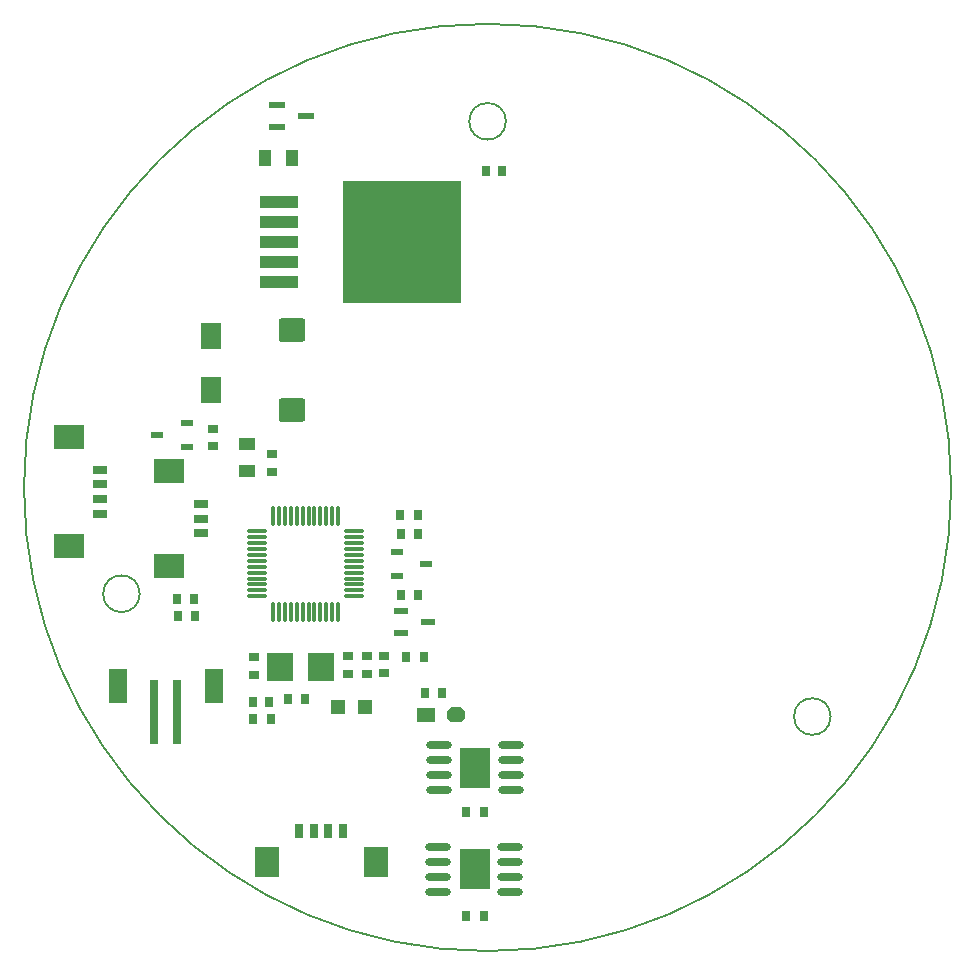
<source format=gtp>
%FSLAX25Y25*%
%MOIN*%
G70*
G01*
G75*
G04 Layer_Color=8421504*
%ADD10C,0.10000*%
%ADD11C,0.10000*%
%ADD12R,0.08661X0.09449*%
%ADD13R,0.09843X0.13386*%
%ADD14O,0.08661X0.02756*%
%ADD15R,0.06890X0.08661*%
%ADD16R,0.04724X0.01969*%
%ADD17R,0.04000X0.05500*%
%ADD18R,0.05906X0.11811*%
%ADD19R,0.03150X0.21654*%
%ADD20R,0.06000X0.05000*%
G04:AMPARAMS|DCode=21|XSize=60mil|YSize=50mil|CornerRadius=0mil|HoleSize=0mil|Usage=FLASHONLY|Rotation=0.000|XOffset=0mil|YOffset=0mil|HoleType=Round|Shape=Octagon|*
%AMOCTAGOND21*
4,1,8,0.03000,-0.01250,0.03000,0.01250,0.01750,0.02500,-0.01750,0.02500,-0.03000,0.01250,-0.03000,-0.01250,-0.01750,-0.02500,0.01750,-0.02500,0.03000,-0.01250,0.0*
%
%ADD21OCTAGOND21*%

%ADD22R,0.03150X0.03543*%
%ADD23R,0.03543X0.03150*%
%ADD24R,0.05000X0.05000*%
%ADD25R,0.05512X0.02362*%
%ADD26R,0.39370X0.41142*%
%ADD27R,0.12598X0.04134*%
%ADD28R,0.05500X0.04000*%
%ADD29O,0.07087X0.01100*%
%ADD30O,0.01100X0.07087*%
%ADD31R,0.08268X0.09843*%
%ADD32R,0.03150X0.05118*%
G04:AMPARAMS|DCode=33|XSize=78.74mil|YSize=86.61mil|CornerRadius=7.87mil|HoleSize=0mil|Usage=FLASHONLY|Rotation=90.000|XOffset=0mil|YOffset=0mil|HoleType=Round|Shape=RoundedRectangle|*
%AMROUNDEDRECTD33*
21,1,0.07874,0.07087,0,0,90.0*
21,1,0.06299,0.08661,0,0,90.0*
1,1,0.01575,0.03543,0.03150*
1,1,0.01575,0.03543,-0.03150*
1,1,0.01575,-0.03543,-0.03150*
1,1,0.01575,-0.03543,0.03150*
%
%ADD33ROUNDEDRECTD33*%
%ADD34R,0.09843X0.08268*%
%ADD35R,0.05118X0.03150*%
%ADD36R,0.03937X0.02362*%
%ADD37R,0.02756X0.03347*%
%ADD38R,0.03347X0.02756*%
%ADD39C,0.00800*%
%ADD40C,0.03000*%
%ADD41C,0.01500*%
%ADD42C,0.08000*%
%ADD43C,0.15000*%
%ADD44C,0.05000*%
%ADD45C,0.02000*%
%ADD46C,0.04000*%
%ADD47C,0.01000*%
%ADD48R,0.09600X0.18400*%
%ADD49R,0.09900X0.21000*%
%ADD50C,0.00500*%
%ADD51C,0.00025*%
%ADD52C,0.07874*%
%ADD53O,0.11811X0.13780*%
%ADD54C,0.06693*%
%ADD55R,0.06693X0.06693*%
%ADD56R,0.07480X0.07480*%
%ADD57C,0.07480*%
%ADD58R,0.06299X0.06299*%
%ADD59C,0.06299*%
%ADD60C,0.09843*%
%ADD61R,0.06693X0.06693*%
%ADD62R,0.09843X0.09843*%
%ADD63C,0.10630*%
%ADD64R,0.10630X0.10630*%
%ADD65R,0.10630X0.10630*%
%ADD66R,0.07087X0.07087*%
%ADD67C,0.07087*%
%ADD68R,0.11811X0.11811*%
%ADD69C,0.11811*%
%ADD70C,0.04000*%
%ADD71C,0.03000*%
%ADD72C,0.02000*%
%ADD73C,0.02700*%
%ADD74C,0.05000*%
%ADD75R,0.03118X0.15755*%
%ADD76C,0.00787*%
%ADD77C,0.01984*%
%ADD78C,0.02900*%
%ADD79C,0.00984*%
%ADD80C,0.01969*%
%ADD81C,0.01575*%
%ADD82C,0.00300*%
%ADD83C,0.00600*%
%ADD84C,0.00700*%
%ADD85R,0.02000X0.08000*%
%ADD86R,0.04000X0.03500*%
%ADD87R,0.01969X0.03780*%
%ADD88R,0.03780X0.01969*%
D12*
X46710Y-24500D02*
D03*
X60490D02*
D03*
D13*
X111900Y-58000D02*
D03*
X111600Y-91800D02*
D03*
D14*
X123600Y-65500D02*
D03*
Y-60500D02*
D03*
Y-55500D02*
D03*
Y-50500D02*
D03*
X99800Y-65500D02*
D03*
Y-60500D02*
D03*
Y-55500D02*
D03*
Y-50500D02*
D03*
X99500Y-84300D02*
D03*
Y-89300D02*
D03*
Y-94300D02*
D03*
Y-99300D02*
D03*
X123300Y-84300D02*
D03*
Y-89300D02*
D03*
Y-94300D02*
D03*
Y-99300D02*
D03*
D15*
X23900Y86055D02*
D03*
Y67945D02*
D03*
D16*
X87000Y-5760D02*
D03*
Y-13240D02*
D03*
X96000Y-9500D02*
D03*
D17*
X41800Y145300D02*
D03*
X50800D02*
D03*
D18*
X24600Y-30700D02*
D03*
X-7400D02*
D03*
D19*
X4663Y-39511D02*
D03*
X12537D02*
D03*
D20*
X95300Y-40300D02*
D03*
D21*
X105300D02*
D03*
D22*
X18056Y-1700D02*
D03*
X12544Y-1700D02*
D03*
X120856Y140900D02*
D03*
X115344Y140900D02*
D03*
X37744Y-36100D02*
D03*
X43256Y-36100D02*
D03*
X87144Y19800D02*
D03*
X92656Y19800D02*
D03*
X95144Y-33100D02*
D03*
X100656Y-33100D02*
D03*
X49444Y-35100D02*
D03*
X54956Y-35100D02*
D03*
D23*
X24500Y49244D02*
D03*
X24500Y54756D02*
D03*
X81335Y-20844D02*
D03*
X81335Y-26356D02*
D03*
D24*
X66200Y-37700D02*
D03*
X75200D02*
D03*
D25*
X45600Y163040D02*
D03*
Y155560D02*
D03*
X55497Y159300D02*
D03*
D26*
X87500Y117200D02*
D03*
D27*
X46500Y103814D02*
D03*
Y110507D02*
D03*
Y117200D02*
D03*
Y123893D02*
D03*
Y130586D02*
D03*
D28*
X35600Y49900D02*
D03*
Y40900D02*
D03*
D29*
X39255Y-827D02*
D03*
Y1142D02*
D03*
Y3110D02*
D03*
Y5079D02*
D03*
Y7047D02*
D03*
Y9016D02*
D03*
Y10984D02*
D03*
Y12953D02*
D03*
Y14921D02*
D03*
Y16890D02*
D03*
Y18858D02*
D03*
Y20827D02*
D03*
X71345D02*
D03*
Y18858D02*
D03*
Y16890D02*
D03*
Y14921D02*
D03*
Y12953D02*
D03*
Y10984D02*
D03*
Y9016D02*
D03*
Y7047D02*
D03*
Y5079D02*
D03*
Y3110D02*
D03*
Y1142D02*
D03*
Y-827D02*
D03*
D30*
X44473Y26045D02*
D03*
X46442D02*
D03*
X48410D02*
D03*
X50379D02*
D03*
X52347D02*
D03*
X54316D02*
D03*
X56284D02*
D03*
X58253D02*
D03*
X60221D02*
D03*
X62190D02*
D03*
X64158D02*
D03*
X66127D02*
D03*
Y-6045D02*
D03*
X64158D02*
D03*
X62190D02*
D03*
X60221D02*
D03*
X58253D02*
D03*
X56284D02*
D03*
X54316D02*
D03*
X52347D02*
D03*
X50379D02*
D03*
X48410D02*
D03*
X46442D02*
D03*
X44473D02*
D03*
D31*
X78628Y-89500D02*
D03*
X42264D02*
D03*
D32*
X53064Y-79100D02*
D03*
X57985Y-79100D02*
D03*
X62906Y-79100D02*
D03*
X67828D02*
D03*
D33*
X50800Y61214D02*
D03*
X50800Y87986D02*
D03*
D34*
X9900Y40800D02*
D03*
Y9358D02*
D03*
X-23600Y15772D02*
D03*
Y52136D02*
D03*
D35*
X20300Y20157D02*
D03*
Y25079D02*
D03*
Y30000D02*
D03*
X-13200Y41336D02*
D03*
Y36415D02*
D03*
Y31494D02*
D03*
Y26572D02*
D03*
D36*
X15600Y48900D02*
D03*
X5757Y52837D02*
D03*
X15600Y56774D02*
D03*
X85700Y13900D02*
D03*
X95543Y9963D02*
D03*
X85700Y6026D02*
D03*
D37*
X108794Y-72900D02*
D03*
X114700D02*
D03*
X108695Y-107500D02*
D03*
X114600D02*
D03*
X92606Y26400D02*
D03*
X86700D02*
D03*
X92905Y-300D02*
D03*
X87000D02*
D03*
X43606Y-41800D02*
D03*
X37700D02*
D03*
X94806Y-21100D02*
D03*
X88900D02*
D03*
X12595Y-7500D02*
D03*
X18500D02*
D03*
D38*
X69500Y-26805D02*
D03*
Y-20900D02*
D03*
X38100Y-27106D02*
D03*
Y-21200D02*
D03*
X44200Y46606D02*
D03*
Y40700D02*
D03*
X75835Y-20795D02*
D03*
Y-26700D02*
D03*
D50*
X270472Y35433D02*
G03*
X270472Y35433I-154528J0D01*
G01*
X230285Y-40938D02*
G03*
X230285Y-40938I-6102J0D01*
G01*
X122047Y157480D02*
G03*
X122047Y157480I-6102J0D01*
G01*
X0Y0D02*
G03*
X0Y0I-6102J0D01*
G01*
D51*
X90317Y-116955D02*
X90325Y-116949D01*
X41318Y-87267D02*
X41318D01*
M02*

</source>
